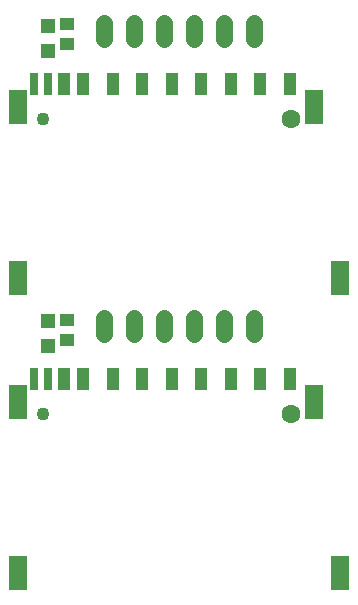
<source format=gts>
G75*
G70*
%OFA0B0*%
%FSLAX24Y24*%
%IPPOS*%
%LPD*%
%AMOC8*
5,1,8,0,0,1.08239X$1,22.5*
%
%ADD10R,0.0631X0.1142*%
%ADD11R,0.0316X0.0749*%
%ADD12R,0.0434X0.0749*%
%ADD13C,0.0434*%
%ADD14C,0.0631*%
%ADD15C,0.0560*%
%ADD16R,0.0512X0.0512*%
%ADD17R,0.0473X0.0434*%
D10*
X000726Y008141D03*
X000726Y013849D03*
X000726Y017983D03*
X000726Y023692D03*
X010608Y023692D03*
X011474Y017983D03*
X010608Y013849D03*
X011474Y008141D03*
D11*
X001742Y014617D03*
X001269Y014617D03*
X001269Y024460D03*
X001742Y024460D03*
D12*
X002254Y024460D03*
X002903Y024460D03*
X003887Y024460D03*
X004872Y024460D03*
X005852Y024460D03*
X006840Y024460D03*
X007824Y024460D03*
X008809Y024460D03*
X009793Y024460D03*
X009793Y014617D03*
X008809Y014617D03*
X007824Y014617D03*
X006840Y014617D03*
X005852Y014617D03*
X004872Y014617D03*
X003887Y014617D03*
X002903Y014617D03*
X002254Y014617D03*
D13*
X001572Y013456D03*
X001572Y023298D03*
D14*
X009840Y023298D03*
X009840Y013456D03*
D15*
X008600Y016131D02*
X008600Y016651D01*
X007600Y016651D02*
X007600Y016131D01*
X006600Y016131D02*
X006600Y016651D01*
X005600Y016651D02*
X005600Y016131D01*
X004600Y016131D02*
X004600Y016651D01*
X003600Y016651D02*
X003600Y016131D01*
X003600Y025973D02*
X003600Y026493D01*
X004600Y026493D02*
X004600Y025973D01*
X005600Y025973D02*
X005600Y026493D01*
X006600Y026493D02*
X006600Y025973D01*
X007600Y025973D02*
X007600Y026493D01*
X008600Y026493D02*
X008600Y025973D01*
D16*
X001725Y025570D03*
X001725Y026397D03*
X001725Y016554D03*
X001725Y015727D03*
D17*
X002350Y015931D03*
X002350Y016600D03*
X002350Y025774D03*
X002350Y026443D03*
M02*

</source>
